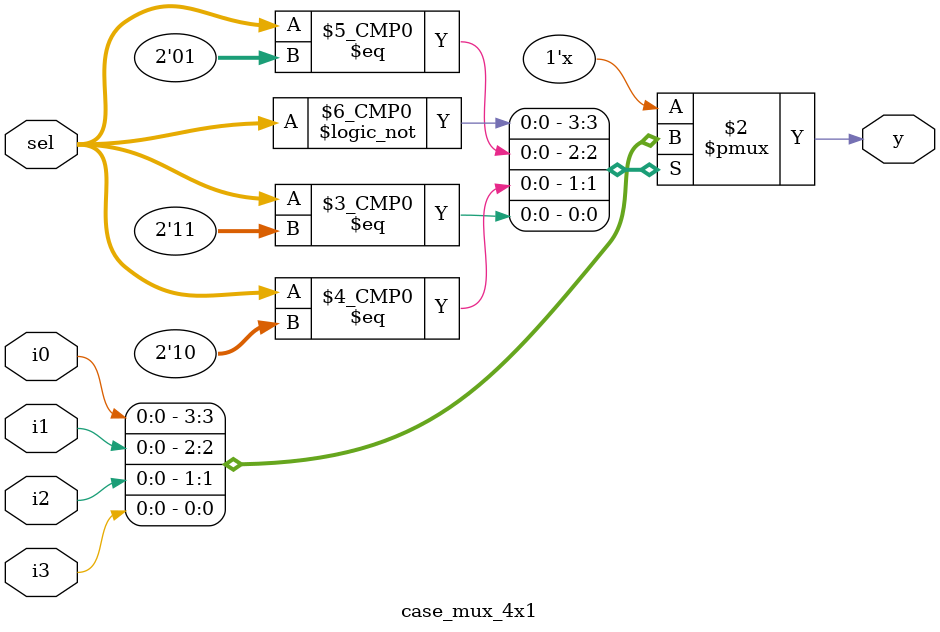
<source format=v>
`timescale 1ns / 1ps
module case_mux_4x1(
    input i0,i1,i2,i3,
    input [1:0]sel,
    output reg y);
        always @*
            begin
                case(sel)
                    2'b00: y = i0;
                    2'b01: y = i1;
                    2'b10: y = i2;
                    2'b11: y = i3;
                endcase
            end 
endmodule

</source>
